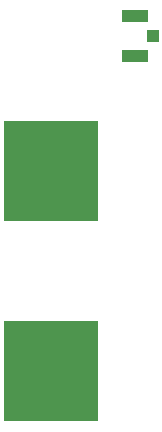
<source format=gbr>
%TF.GenerationSoftware,Altium Limited,Altium Designer,22.0.2 (36)*%
G04 Layer_Color=8421504*
%FSLAX45Y45*%
%MOMM*%
%TF.SameCoordinates,8084254D-3EA1-499E-96B0-688E0DB6412D*%
%TF.FilePolarity,Positive*%
%TF.FileFunction,Paste,Top*%
%TF.Part,Single*%
G01*
G75*
%TA.AperFunction,SMDPad,CuDef*%
%ADD10R,8.00000X8.50000*%
%ADD12R,2.20000X1.05000*%
%ADD13R,1.00000X1.00000*%
D10*
X3840001Y470000D02*
D03*
Y2170000D02*
D03*
D12*
X4550000Y3480000D02*
D03*
Y3140000D02*
D03*
D13*
X4700000Y3310000D02*
D03*
%TF.MD5,ffd30a99b46ce2780737382c509f86c1*%
M02*

</source>
